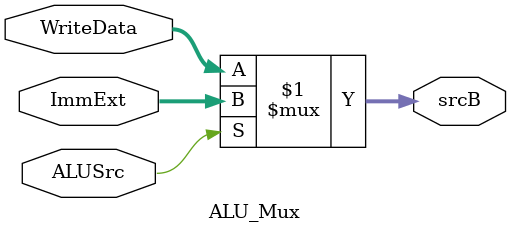
<source format=v>
module ALU_Mux (
    input [31:0]  WriteData, ImmExt,
    input ALUSrc,
    output [31:0] srcB);

    assign srcB = ALUSrc ? ImmExt : WriteData;

endmodule
</source>
